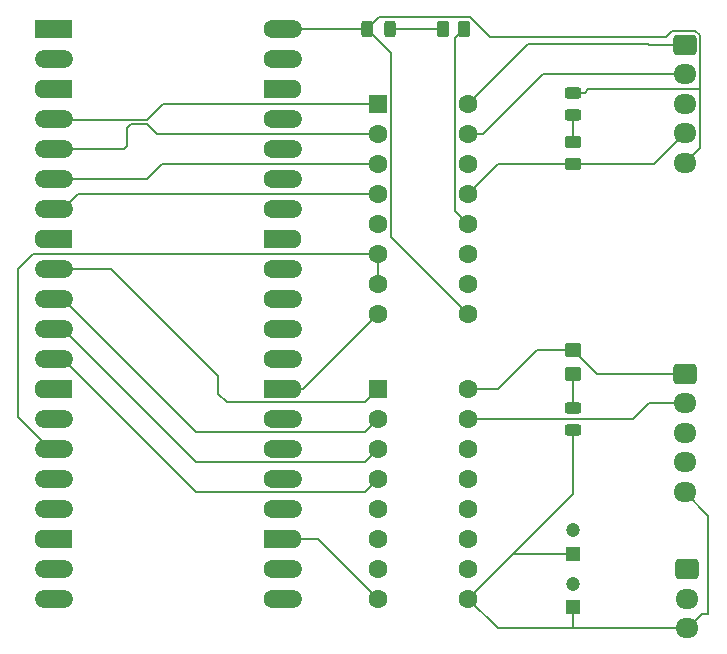
<source format=gbr>
%TF.GenerationSoftware,KiCad,Pcbnew,8.0.4*%
%TF.CreationDate,2024-08-20T16:06:33-07:00*%
%TF.ProjectId,MoonPhase,4d6f6f6e-5068-4617-9365-2e6b69636164,rev?*%
%TF.SameCoordinates,Original*%
%TF.FileFunction,Copper,L1,Top*%
%TF.FilePolarity,Positive*%
%FSLAX46Y46*%
G04 Gerber Fmt 4.6, Leading zero omitted, Abs format (unit mm)*
G04 Created by KiCad (PCBNEW 8.0.4) date 2024-08-20 16:06:33*
%MOMM*%
%LPD*%
G01*
G04 APERTURE LIST*
G04 Aperture macros list*
%AMRoundRect*
0 Rectangle with rounded corners*
0 $1 Rounding radius*
0 $2 $3 $4 $5 $6 $7 $8 $9 X,Y pos of 4 corners*
0 Add a 4 corners polygon primitive as box body*
4,1,4,$2,$3,$4,$5,$6,$7,$8,$9,$2,$3,0*
0 Add four circle primitives for the rounded corners*
1,1,$1+$1,$2,$3*
1,1,$1+$1,$4,$5*
1,1,$1+$1,$6,$7*
1,1,$1+$1,$8,$9*
0 Add four rect primitives between the rounded corners*
20,1,$1+$1,$2,$3,$4,$5,0*
20,1,$1+$1,$4,$5,$6,$7,0*
20,1,$1+$1,$6,$7,$8,$9,0*
20,1,$1+$1,$8,$9,$2,$3,0*%
%AMFreePoly0*
4,1,28,0.178017,0.779942,0.347107,0.720775,0.498792,0.625465,0.625465,0.498792,0.720775,0.347107,0.779942,0.178017,0.800000,0.000000,0.779942,-0.178017,0.720775,-0.347107,0.625465,-0.498792,0.498792,-0.625465,0.347107,-0.720775,0.178017,-0.779942,0.000000,-0.800000,-2.200000,-0.800000,-2.205014,-0.794986,-2.244504,-0.794986,-2.324698,-0.756366,-2.380194,-0.686777,-2.400000,-0.600000,
-2.400000,0.600000,-2.380194,0.686777,-2.324698,0.756366,-2.244504,0.794986,-2.205014,0.794986,-2.200000,0.800000,0.000000,0.800000,0.178017,0.779942,0.178017,0.779942,$1*%
%AMFreePoly1*
4,1,28,0.605014,0.794986,0.644504,0.794986,0.724698,0.756366,0.780194,0.686777,0.800000,0.600000,0.800000,-0.600000,0.780194,-0.686777,0.724698,-0.756366,0.644504,-0.794986,0.605014,-0.794986,0.600000,-0.800000,0.000000,-0.800000,-0.178017,-0.779942,-0.347107,-0.720775,-0.498792,-0.625465,-0.625465,-0.498792,-0.720775,-0.347107,-0.779942,-0.178017,-0.800000,0.000000,-0.779942,0.178017,
-0.720775,0.347107,-0.625465,0.498792,-0.498792,0.625465,-0.347107,0.720775,-0.178017,0.779942,0.000000,0.800000,0.600000,0.800000,0.605014,0.794986,0.605014,0.794986,$1*%
%AMFreePoly2*
4,1,29,0.605014,0.794986,0.644504,0.794986,0.724698,0.756366,0.780194,0.686777,0.800000,0.600000,0.800000,-0.600000,0.780194,-0.686777,0.724698,-0.756366,0.644504,-0.794986,0.605014,-0.794986,0.600000,-0.800000,0.000000,-0.800000,-1.600000,-0.800000,-1.778017,-0.779942,-1.947107,-0.720775,-2.098792,-0.625465,-2.225465,-0.498792,-2.320775,-0.347107,-2.379942,-0.178017,-2.400000,0.000000,
-2.379942,0.178017,-2.320775,0.347107,-2.225465,0.498792,-2.098792,0.625465,-1.947107,0.720775,-1.778017,0.779942,-1.600000,0.800000,0.600000,0.800000,0.605014,0.794986,0.605014,0.794986,$1*%
%AMFreePoly3*
4,1,28,0.178017,0.779942,0.347107,0.720775,0.498792,0.625465,0.625465,0.498792,0.720775,0.347107,0.779942,0.178017,0.800000,0.000000,0.779942,-0.178017,0.720775,-0.347107,0.625465,-0.498792,0.498792,-0.625465,0.347107,-0.720775,0.178017,-0.779942,0.000000,-0.800000,-0.600000,-0.800000,-0.605014,-0.794986,-0.644504,-0.794986,-0.724698,-0.756366,-0.780194,-0.686777,-0.800000,-0.600000,
-0.800000,0.600000,-0.780194,0.686777,-0.724698,0.756366,-0.644504,0.794986,-0.605014,0.794986,-0.600000,0.800000,0.000000,0.800000,0.178017,0.779942,0.178017,0.779942,$1*%
%AMFreePoly4*
4,1,29,1.778017,0.779942,1.947107,0.720775,2.098792,0.625465,2.225465,0.498792,2.320775,0.347107,2.379942,0.178017,2.400000,0.000000,2.379942,-0.178017,2.320775,-0.347107,2.225465,-0.498792,2.098792,-0.625465,1.947107,-0.720775,1.778017,-0.779942,1.600000,-0.800000,0.000000,-0.800000,-0.600000,-0.800000,-0.605014,-0.794986,-0.644504,-0.794986,-0.724698,-0.756366,-0.780194,-0.686777,
-0.800000,-0.600000,-0.800000,0.600000,-0.780194,0.686777,-0.724698,0.756366,-0.644504,0.794986,-0.605014,0.794986,-0.600000,0.800000,1.600000,0.800000,1.778017,0.779942,1.778017,0.779942,$1*%
G04 Aperture macros list end*
%TA.AperFunction,ComponentPad*%
%ADD10R,1.200000X1.200000*%
%TD*%
%TA.AperFunction,ComponentPad*%
%ADD11C,1.200000*%
%TD*%
%TA.AperFunction,ComponentPad*%
%ADD12RoundRect,0.250000X-0.725000X0.600000X-0.725000X-0.600000X0.725000X-0.600000X0.725000X0.600000X0*%
%TD*%
%TA.AperFunction,ComponentPad*%
%ADD13O,1.950000X1.700000*%
%TD*%
%TA.AperFunction,ComponentPad*%
%ADD14RoundRect,0.200000X-0.600000X-0.600000X0.600000X-0.600000X0.600000X0.600000X-0.600000X0.600000X0*%
%TD*%
%TA.AperFunction,SMDPad,CuDef*%
%ADD15FreePoly0,0.000000*%
%TD*%
%TA.AperFunction,ComponentPad*%
%ADD16C,1.600000*%
%TD*%
%TA.AperFunction,SMDPad,CuDef*%
%ADD17RoundRect,0.800000X-0.800000X-0.000010X0.800000X-0.000010X0.800000X0.000010X-0.800000X0.000010X0*%
%TD*%
%TA.AperFunction,ComponentPad*%
%ADD18FreePoly1,0.000000*%
%TD*%
%TA.AperFunction,SMDPad,CuDef*%
%ADD19FreePoly2,0.000000*%
%TD*%
%TA.AperFunction,ComponentPad*%
%ADD20FreePoly3,0.000000*%
%TD*%
%TA.AperFunction,SMDPad,CuDef*%
%ADD21FreePoly4,0.000000*%
%TD*%
%TA.AperFunction,SMDPad,CuDef*%
%ADD22RoundRect,0.250000X0.450000X-0.350000X0.450000X0.350000X-0.450000X0.350000X-0.450000X-0.350000X0*%
%TD*%
%TA.AperFunction,ComponentPad*%
%ADD23R,1.600000X1.600000*%
%TD*%
%TA.AperFunction,SMDPad,CuDef*%
%ADD24RoundRect,0.243750X-0.456250X0.243750X-0.456250X-0.243750X0.456250X-0.243750X0.456250X0.243750X0*%
%TD*%
%TA.AperFunction,SMDPad,CuDef*%
%ADD25RoundRect,0.243750X0.243750X0.456250X-0.243750X0.456250X-0.243750X-0.456250X0.243750X-0.456250X0*%
%TD*%
%TA.AperFunction,SMDPad,CuDef*%
%ADD26RoundRect,0.243750X0.456250X-0.243750X0.456250X0.243750X-0.456250X0.243750X-0.456250X-0.243750X0*%
%TD*%
%TA.AperFunction,SMDPad,CuDef*%
%ADD27RoundRect,0.250000X-0.450000X0.262500X-0.450000X-0.262500X0.450000X-0.262500X0.450000X0.262500X0*%
%TD*%
%TA.AperFunction,SMDPad,CuDef*%
%ADD28RoundRect,0.250000X0.262500X0.450000X-0.262500X0.450000X-0.262500X-0.450000X0.262500X-0.450000X0*%
%TD*%
%TA.AperFunction,Conductor*%
%ADD29C,0.200000*%
%TD*%
G04 APERTURE END LIST*
D10*
%TO.P,C2,1*%
%TO.N,+5V*%
X167640000Y-112490000D03*
D11*
%TO.P,C2,2*%
%TO.N,IL_OUT_2*%
X167640000Y-110490000D03*
%TD*%
D10*
%TO.P,C1,1*%
%TO.N,+5V*%
X167640000Y-107950000D03*
D11*
%TO.P,C1,2*%
%TO.N,IL_OUT_1*%
X167640000Y-105950000D03*
%TD*%
D12*
%TO.P,J3,1,Pin_1*%
%TO.N,LS_OUT_1*%
X177055000Y-92710000D03*
D13*
%TO.P,J3,2,Pin_2*%
%TO.N,LS_OUT_2*%
X177055000Y-95210000D03*
%TO.P,J3,3,Pin_3*%
%TO.N,LS_OUT_3*%
X177055000Y-97710000D03*
%TO.P,J3,4,Pin_4*%
%TO.N,LS_OUT_4*%
X177055000Y-100210000D03*
%TO.P,J3,5,Pin_5*%
%TO.N,+5V*%
X177055000Y-102710000D03*
%TD*%
D14*
%TO.P,U3,1,GPIO0*%
%TO.N,unconnected-(U3-GPIO0-Pad1)_1*%
X124460000Y-63500000D03*
D15*
%TO.N,unconnected-(U3-GPIO0-Pad1)*%
X124460000Y-63500000D03*
D16*
%TO.P,U3,2,GPIO1*%
%TO.N,unconnected-(U3-GPIO1-Pad2)*%
X124460000Y-66040000D03*
D17*
%TO.N,unconnected-(U3-GPIO1-Pad2)_1*%
X123660000Y-66040000D03*
D18*
%TO.P,U3,3,GND*%
%TO.N,GND*%
X124460000Y-68580000D03*
D19*
X124460000Y-68580000D03*
D16*
%TO.P,U3,4,GPIO2*%
%TO.N,PV_IN_1*%
X124460000Y-71120000D03*
D17*
X123660000Y-71120000D03*
D16*
%TO.P,U3,5,GPIO3*%
%TO.N,PV_IN_2*%
X124460000Y-73660000D03*
D17*
X123660000Y-73660000D03*
D16*
%TO.P,U3,6,GPIO4*%
%TO.N,PV_IN_3*%
X124460000Y-76200000D03*
D17*
X123660000Y-76200000D03*
D16*
%TO.P,U3,7,GPIO5*%
%TO.N,PV_IN_4*%
X124460000Y-78740000D03*
D17*
X123660000Y-78740000D03*
D18*
%TO.P,U3,8,GND*%
%TO.N,GND*%
X124460000Y-81280000D03*
D19*
X124460000Y-81280000D03*
D16*
%TO.P,U3,9,GPIO6*%
%TO.N,LS_IN_1*%
X124460000Y-83820000D03*
D17*
X123660000Y-83820000D03*
D16*
%TO.P,U3,10,GPIO7*%
%TO.N,LS_IN_2*%
X124460000Y-86360000D03*
D17*
X123660000Y-86360000D03*
D16*
%TO.P,U3,11,GPIO8*%
%TO.N,LS_IN_3*%
X124460000Y-88900000D03*
D17*
X123660000Y-88900000D03*
D16*
%TO.P,U3,12,GPIO9*%
%TO.N,LS_IN_4*%
X124460000Y-91440000D03*
D17*
X123660000Y-91440000D03*
D18*
%TO.P,U3,13,GND*%
%TO.N,GND*%
X124460000Y-93980000D03*
D19*
X124460000Y-93980000D03*
D16*
%TO.P,U3,14,GPIO10*%
%TO.N,IL_IN_2*%
X124460000Y-96520000D03*
D17*
X123660000Y-96520000D03*
D16*
%TO.P,U3,15,GPIO11*%
%TO.N,IL_IN_1*%
X124460000Y-99060000D03*
D17*
X123660000Y-99060000D03*
D16*
%TO.P,U3,16,GPIO12*%
%TO.N,unconnected-(U3-GPIO12-Pad16)_1*%
X124460000Y-101600000D03*
D17*
%TO.N,unconnected-(U3-GPIO12-Pad16)*%
X123660000Y-101600000D03*
D16*
%TO.P,U3,17,GPIO13*%
%TO.N,LED_IN*%
X124460000Y-104140000D03*
D17*
X123660000Y-104140000D03*
D18*
%TO.P,U3,18,GND*%
%TO.N,GND*%
X124460000Y-106680000D03*
D19*
X124460000Y-106680000D03*
D16*
%TO.P,U3,19,GPIO14*%
%TO.N,unconnected-(U3-GPIO14-Pad19)*%
X124460000Y-109220000D03*
D17*
%TO.N,unconnected-(U3-GPIO14-Pad19)_1*%
X123660000Y-109220000D03*
D16*
%TO.P,U3,20,GPIO15*%
%TO.N,unconnected-(U3-GPIO15-Pad20)*%
X124460000Y-111760000D03*
D17*
%TO.N,unconnected-(U3-GPIO15-Pad20)_1*%
X123660000Y-111760000D03*
D16*
%TO.P,U3,21,GPIO16*%
%TO.N,unconnected-(U3-GPIO16-Pad21)*%
X142240000Y-111760000D03*
D17*
%TO.N,unconnected-(U3-GPIO16-Pad21)_1*%
X143040000Y-111760000D03*
D16*
%TO.P,U3,22,GPIO17*%
%TO.N,unconnected-(U3-GPIO17-Pad22)*%
X142240000Y-109220000D03*
D17*
%TO.N,unconnected-(U3-GPIO17-Pad22)_1*%
X143040000Y-109220000D03*
D20*
%TO.P,U3,23,GND*%
%TO.N,GND*%
X142240000Y-106680000D03*
D21*
X142240000Y-106680000D03*
D16*
%TO.P,U3,24,GPIO18*%
%TO.N,unconnected-(U3-GPIO18-Pad24)_1*%
X142240000Y-104140000D03*
D17*
%TO.N,unconnected-(U3-GPIO18-Pad24)*%
X143040000Y-104140000D03*
D16*
%TO.P,U3,25,GPIO19*%
%TO.N,unconnected-(U3-GPIO19-Pad25)*%
X142240000Y-101600000D03*
D17*
%TO.N,unconnected-(U3-GPIO19-Pad25)_1*%
X143040000Y-101600000D03*
D16*
%TO.P,U3,26,GPIO20*%
%TO.N,unconnected-(U3-GPIO20-Pad26)*%
X142240000Y-99060000D03*
D17*
%TO.N,unconnected-(U3-GPIO20-Pad26)_1*%
X143040000Y-99060000D03*
D16*
%TO.P,U3,27,GPIO21*%
%TO.N,unconnected-(U3-GPIO21-Pad27)_1*%
X142240000Y-96520000D03*
D17*
%TO.N,unconnected-(U3-GPIO21-Pad27)*%
X143040000Y-96520000D03*
D20*
%TO.P,U3,28,GND*%
%TO.N,GND*%
X142240000Y-93980000D03*
D21*
X142240000Y-93980000D03*
D16*
%TO.P,U3,29,GPIO22*%
%TO.N,unconnected-(U3-GPIO22-Pad29)_1*%
X142240000Y-91440000D03*
D17*
%TO.N,unconnected-(U3-GPIO22-Pad29)*%
X143040000Y-91440000D03*
D16*
%TO.P,U3,30,RUN*%
%TO.N,unconnected-(U3-RUN-Pad30)_1*%
X142240000Y-88900000D03*
D17*
%TO.N,unconnected-(U3-RUN-Pad30)*%
X143040000Y-88900000D03*
D16*
%TO.P,U3,31,GPIO26_ADC0*%
%TO.N,unconnected-(U3-GPIO26_ADC0-Pad31)*%
X142240000Y-86360000D03*
D17*
%TO.N,unconnected-(U3-GPIO26_ADC0-Pad31)_1*%
X143040000Y-86360000D03*
D16*
%TO.P,U3,32,GPIO27_ADC1*%
%TO.N,unconnected-(U3-GPIO27_ADC1-Pad32)*%
X142240000Y-83820000D03*
D17*
%TO.N,unconnected-(U3-GPIO27_ADC1-Pad32)_1*%
X143040000Y-83820000D03*
D20*
%TO.P,U3,33,AGND*%
%TO.N,unconnected-(U3-AGND-Pad33)*%
X142240000Y-81280000D03*
D21*
%TO.N,unconnected-(U3-AGND-Pad33)_1*%
X142240000Y-81280000D03*
D16*
%TO.P,U3,34,GPIO28_ADC2*%
%TO.N,unconnected-(U3-GPIO28_ADC2-Pad34)*%
X142240000Y-78740000D03*
D17*
%TO.N,unconnected-(U3-GPIO28_ADC2-Pad34)_1*%
X143040000Y-78740000D03*
D16*
%TO.P,U3,35,ADC_VREF*%
%TO.N,unconnected-(U3-ADC_VREF-Pad35)*%
X142240000Y-76200000D03*
D17*
%TO.N,unconnected-(U3-ADC_VREF-Pad35)_1*%
X143040000Y-76200000D03*
D16*
%TO.P,U3,36,3V3*%
%TO.N,unconnected-(U3-3V3-Pad36)*%
X142240000Y-73660000D03*
D17*
%TO.N,unconnected-(U3-3V3-Pad36)_1*%
X143040000Y-73660000D03*
D16*
%TO.P,U3,37,3V3_EN*%
%TO.N,unconnected-(U3-3V3_EN-Pad37)*%
X142240000Y-71120000D03*
D17*
%TO.N,unconnected-(U3-3V3_EN-Pad37)_1*%
X143040000Y-71120000D03*
D20*
%TO.P,U3,38,GND*%
%TO.N,GND*%
X142240000Y-68580000D03*
D21*
X142240000Y-68580000D03*
D16*
%TO.P,U3,39,VSYS*%
%TO.N,unconnected-(U3-VSYS-Pad39)*%
X142240000Y-66040000D03*
D17*
%TO.N,unconnected-(U3-VSYS-Pad39)_1*%
X143040000Y-66040000D03*
D16*
%TO.P,U3,40,VBUS*%
%TO.N,+5V*%
X142240000Y-63500000D03*
D17*
X143040000Y-63500000D03*
%TD*%
D22*
%TO.P,R2,1*%
%TO.N,Net-(D2-K)*%
X167640000Y-92710000D03*
%TO.P,R2,2*%
%TO.N,LS_OUT_1*%
X167640000Y-90710000D03*
%TD*%
D12*
%TO.P,J2,1,Pin_1*%
%TO.N,PV_OUT_1*%
X177055000Y-64850000D03*
D13*
%TO.P,J2,2,Pin_2*%
%TO.N,PV_OUT_2*%
X177055000Y-67350000D03*
%TO.P,J2,3,Pin_3*%
%TO.N,PV_OUT_3*%
X177055000Y-69850000D03*
%TO.P,J2,4,Pin_4*%
%TO.N,PV_OUT_4*%
X177055000Y-72350000D03*
%TO.P,J2,5,Pin_5*%
%TO.N,+5V*%
X177055000Y-74850000D03*
%TD*%
D23*
%TO.P,U2,1,I1*%
%TO.N,LS_IN_1*%
X151130000Y-93980000D03*
D16*
%TO.P,U2,2,I2*%
%TO.N,LS_IN_2*%
X151130000Y-96520000D03*
%TO.P,U2,3,I3*%
%TO.N,LS_IN_3*%
X151130000Y-99060000D03*
%TO.P,U2,4,I4*%
%TO.N,LS_IN_4*%
X151130000Y-101600000D03*
%TO.P,U2,5,I5*%
%TO.N,IL_IN_2*%
X151130000Y-104140000D03*
%TO.P,U2,6,I6*%
X151130000Y-106680000D03*
%TO.P,U2,7,I7*%
%TO.N,unconnected-(U2-I7-Pad7)*%
X151130000Y-109220000D03*
%TO.P,U2,8,GND*%
%TO.N,GND*%
X151130000Y-111760000D03*
%TO.P,U2,9,COM*%
%TO.N,+5V*%
X158750000Y-111760000D03*
%TO.P,U2,10,O7*%
%TO.N,unconnected-(U2-O7-Pad10)*%
X158750000Y-109220000D03*
%TO.P,U2,11,O6*%
%TO.N,IL_OUT_2*%
X158750000Y-106680000D03*
%TO.P,U2,12,O5*%
X158750000Y-104140000D03*
%TO.P,U2,13,O4*%
%TO.N,LS_OUT_4*%
X158750000Y-101600000D03*
%TO.P,U2,14,O3*%
%TO.N,LS_OUT_3*%
X158750000Y-99060000D03*
%TO.P,U2,15,O2*%
%TO.N,LS_OUT_2*%
X158750000Y-96520000D03*
%TO.P,U2,16,O1*%
%TO.N,LS_OUT_1*%
X158750000Y-93980000D03*
%TD*%
D23*
%TO.P,U1,1,I1*%
%TO.N,PV_IN_1*%
X151130000Y-69850000D03*
D16*
%TO.P,U1,2,I2*%
%TO.N,PV_IN_2*%
X151130000Y-72390000D03*
%TO.P,U1,3,I3*%
%TO.N,PV_IN_3*%
X151130000Y-74930000D03*
%TO.P,U1,4,I4*%
%TO.N,PV_IN_4*%
X151130000Y-77470000D03*
%TO.P,U1,5,I5*%
%TO.N,LED_IN*%
X151130000Y-80010000D03*
%TO.P,U1,6,I6*%
%TO.N,IL_IN_1*%
X151130000Y-82550000D03*
%TO.P,U1,7,I7*%
X151130000Y-85090000D03*
%TO.P,U1,8,GND*%
%TO.N,GND*%
X151130000Y-87630000D03*
%TO.P,U1,9,COM*%
%TO.N,+5V*%
X158750000Y-87630000D03*
%TO.P,U1,10,O7*%
%TO.N,IL_OUT_1*%
X158750000Y-85090000D03*
%TO.P,U1,11,O6*%
X158750000Y-82550000D03*
%TO.P,U1,12,O5*%
%TO.N,LED_OUT*%
X158750000Y-80010000D03*
%TO.P,U1,13,O4*%
%TO.N,PV_OUT_4*%
X158750000Y-77470000D03*
%TO.P,U1,14,O3*%
%TO.N,PV_OUT_3*%
X158750000Y-74930000D03*
%TO.P,U1,15,O2*%
%TO.N,PV_OUT_2*%
X158750000Y-72390000D03*
%TO.P,U1,16,O1*%
%TO.N,PV_OUT_1*%
X158750000Y-69850000D03*
%TD*%
D24*
%TO.P,D2,1,K*%
%TO.N,Net-(D2-K)*%
X167640000Y-95582500D03*
%TO.P,D2,2,A*%
%TO.N,+5V*%
X167640000Y-97457500D03*
%TD*%
D25*
%TO.P,D3,1,K*%
%TO.N,Net-(D3-K)*%
X152067500Y-63500000D03*
%TO.P,D3,2,A*%
%TO.N,+5V*%
X150192500Y-63500000D03*
%TD*%
D26*
%TO.P,D1,1,K*%
%TO.N,Net-(D1-K)*%
X167640000Y-70787500D03*
%TO.P,D1,2,A*%
%TO.N,+5V*%
X167640000Y-68912500D03*
%TD*%
D27*
%TO.P,R1,1*%
%TO.N,Net-(D1-K)*%
X167640000Y-73105000D03*
%TO.P,R1,2*%
%TO.N,PV_OUT_4*%
X167640000Y-74930000D03*
%TD*%
D12*
%TO.P,J1,1,Pin_1*%
%TO.N,IL_OUT_1*%
X177260000Y-109260000D03*
D13*
%TO.P,J1,2,Pin_2*%
%TO.N,IL_OUT_2*%
X177260000Y-111760000D03*
%TO.P,J1,3,Pin_3*%
%TO.N,+5V*%
X177260000Y-114260000D03*
%TD*%
D28*
%TO.P,R3,1*%
%TO.N,LED_OUT*%
X158392500Y-63500000D03*
%TO.P,R3,2*%
%TO.N,Net-(D3-K)*%
X156567500Y-63500000D03*
%TD*%
D29*
%TO.N,+5V*%
X168910000Y-68580000D02*
X178330000Y-68580000D01*
X168577500Y-68912500D02*
X168910000Y-68580000D01*
X167640000Y-68912500D02*
X168577500Y-68912500D01*
X178330000Y-68580000D02*
X178330000Y-73575000D01*
X178330000Y-64015256D02*
X178330000Y-68580000D01*
X158889744Y-62500000D02*
X151192500Y-62500000D01*
X175448503Y-64200000D02*
X160589744Y-64200000D01*
X151192500Y-62500000D02*
X150192500Y-63500000D01*
X176005000Y-63643503D02*
X175448503Y-64200000D01*
X177958247Y-63643503D02*
X176005000Y-63643503D01*
X160589744Y-64200000D02*
X158889744Y-62500000D01*
X178330000Y-64015256D02*
X177958247Y-63643503D01*
%TO.N,IL_IN_1*%
X151130000Y-82550000D02*
X151130000Y-85090000D01*
X121920000Y-82550000D02*
X151130000Y-82550000D01*
X120650000Y-83820000D02*
X121920000Y-82550000D01*
X120650000Y-96381370D02*
X120650000Y-83820000D01*
X123328630Y-99060000D02*
X120650000Y-96381370D01*
X124460000Y-99060000D02*
X123328630Y-99060000D01*
%TO.N,+5V*%
X178510000Y-113010000D02*
X177260000Y-114260000D01*
X179050000Y-113010000D02*
X178510000Y-113010000D01*
%TO.N,PV_OUT_4*%
X174475000Y-74930000D02*
X177055000Y-72350000D01*
X167640000Y-74930000D02*
X174475000Y-74930000D01*
X161290000Y-74930000D02*
X158750000Y-77470000D01*
X167640000Y-74930000D02*
X161290000Y-74930000D01*
%TO.N,Net-(D1-K)*%
X167640000Y-73105000D02*
X167640000Y-70787500D01*
%TO.N,LS_OUT_1*%
X169640000Y-92710000D02*
X177055000Y-92710000D01*
X167640000Y-90710000D02*
X169640000Y-92710000D01*
X164560000Y-90710000D02*
X167640000Y-90710000D01*
X161290000Y-93980000D02*
X164560000Y-90710000D01*
X158750000Y-93980000D02*
X161290000Y-93980000D01*
%TO.N,Net-(D2-K)*%
X167640000Y-92710000D02*
X167640000Y-95582500D01*
%TO.N,+5V*%
X167640000Y-114260000D02*
X161250000Y-114260000D01*
X167640000Y-112490000D02*
X167640000Y-114260000D01*
X177800000Y-114260000D02*
X167640000Y-114260000D01*
X167640000Y-107950000D02*
X162560000Y-107950000D01*
X162560000Y-107950000D02*
X167640000Y-102870000D01*
X158750000Y-111760000D02*
X162560000Y-107950000D01*
X177055000Y-102710000D02*
X179050000Y-104705000D01*
X179050000Y-104705000D02*
X179050000Y-113010000D01*
%TO.N,LS_OUT_2*%
X174030000Y-95210000D02*
X177055000Y-95210000D01*
X158750000Y-96520000D02*
X172720000Y-96520000D01*
X172720000Y-96520000D02*
X174030000Y-95210000D01*
%TO.N,PV_IN_1*%
X151130000Y-69850000D02*
X132875505Y-69850000D01*
X131545505Y-71180000D02*
X124520000Y-71180000D01*
X124520000Y-71180000D02*
X124460000Y-71120000D01*
X132875505Y-69850000D02*
X131545505Y-71180000D01*
%TO.N,LS_IN_4*%
X150030000Y-102700000D02*
X135720000Y-102700000D01*
X135720000Y-102700000D02*
X124460000Y-91440000D01*
X151130000Y-101600000D02*
X150030000Y-102700000D01*
%TO.N,LS_IN_2*%
X151130000Y-96520000D02*
X150030000Y-97620000D01*
X135720000Y-97620000D02*
X124460000Y-86360000D01*
X150030000Y-97620000D02*
X135720000Y-97620000D01*
%TO.N,GND*%
X151130000Y-87630000D02*
X144780000Y-93980000D01*
X151130000Y-111760000D02*
X146050000Y-106680000D01*
X146050000Y-106680000D02*
X142240000Y-106680000D01*
X144780000Y-93980000D02*
X142240000Y-93980000D01*
%TO.N,LS_IN_1*%
X138270030Y-95090031D02*
X137565891Y-94385892D01*
X137565891Y-92877226D02*
X128508665Y-83820000D01*
X128508665Y-83820000D02*
X124460000Y-83820000D01*
X137565891Y-94385892D02*
X137565891Y-92877226D01*
X150019969Y-95090031D02*
X138270030Y-95090031D01*
X151130000Y-93980000D02*
X150019969Y-95090031D01*
%TO.N,PV_IN_4*%
X125730000Y-77470000D02*
X124460000Y-78740000D01*
X151130000Y-77470000D02*
X125730000Y-77470000D01*
%TO.N,PV_IN_2*%
X130154496Y-71580000D02*
X129800000Y-71934496D01*
X132355504Y-72390000D02*
X131545504Y-71580000D01*
X129800000Y-71934496D02*
X129800000Y-73435722D01*
X129800000Y-73435722D02*
X129575722Y-73660000D01*
X129575722Y-73660000D02*
X124460000Y-73660000D01*
X151130000Y-72390000D02*
X132355504Y-72390000D01*
X131545504Y-71580000D02*
X130154496Y-71580000D01*
%TO.N,+5V*%
X161250000Y-114260000D02*
X158750000Y-111760000D01*
X142240000Y-63500000D02*
X150192500Y-63500000D01*
X152230000Y-81110000D02*
X152230000Y-65537500D01*
X167640000Y-68912500D02*
X167852500Y-68700000D01*
X178330000Y-73575000D02*
X177055000Y-74850000D01*
X158750000Y-87630000D02*
X152230000Y-81110000D01*
X152230000Y-65537500D02*
X150192500Y-63500000D01*
X167640000Y-102870000D02*
X167640000Y-97457500D01*
%TO.N,PV_IN_3*%
X132795505Y-74930000D02*
X131525505Y-76200000D01*
X131525505Y-76200000D02*
X124460000Y-76200000D01*
X151130000Y-74930000D02*
X132795505Y-74930000D01*
%TO.N,LS_IN_3*%
X135720000Y-100160000D02*
X124460000Y-88900000D01*
X151130000Y-99060000D02*
X150030000Y-100160000D01*
X150030000Y-100160000D02*
X135720000Y-100160000D01*
%TO.N,PV_OUT_1*%
X158750000Y-69850000D02*
X163830000Y-64770000D01*
X173990000Y-64770000D02*
X174070000Y-64850000D01*
X163830000Y-64770000D02*
X173990000Y-64770000D01*
X174070000Y-64850000D02*
X177055000Y-64850000D01*
%TO.N,PV_OUT_2*%
X165100000Y-67310000D02*
X166370000Y-67310000D01*
X166410000Y-67350000D02*
X177055000Y-67350000D01*
X158750000Y-72390000D02*
X160020000Y-72390000D01*
X166370000Y-67310000D02*
X166410000Y-67350000D01*
X160020000Y-72390000D02*
X165100000Y-67310000D01*
%TO.N,LED_OUT*%
X157650000Y-64242500D02*
X157650000Y-78910000D01*
X157650000Y-78910000D02*
X158750000Y-80010000D01*
X158392500Y-63500000D02*
X157650000Y-64242500D01*
%TO.N,Net-(D3-K)*%
X152067500Y-63500000D02*
X156567500Y-63500000D01*
%TD*%
M02*

</source>
